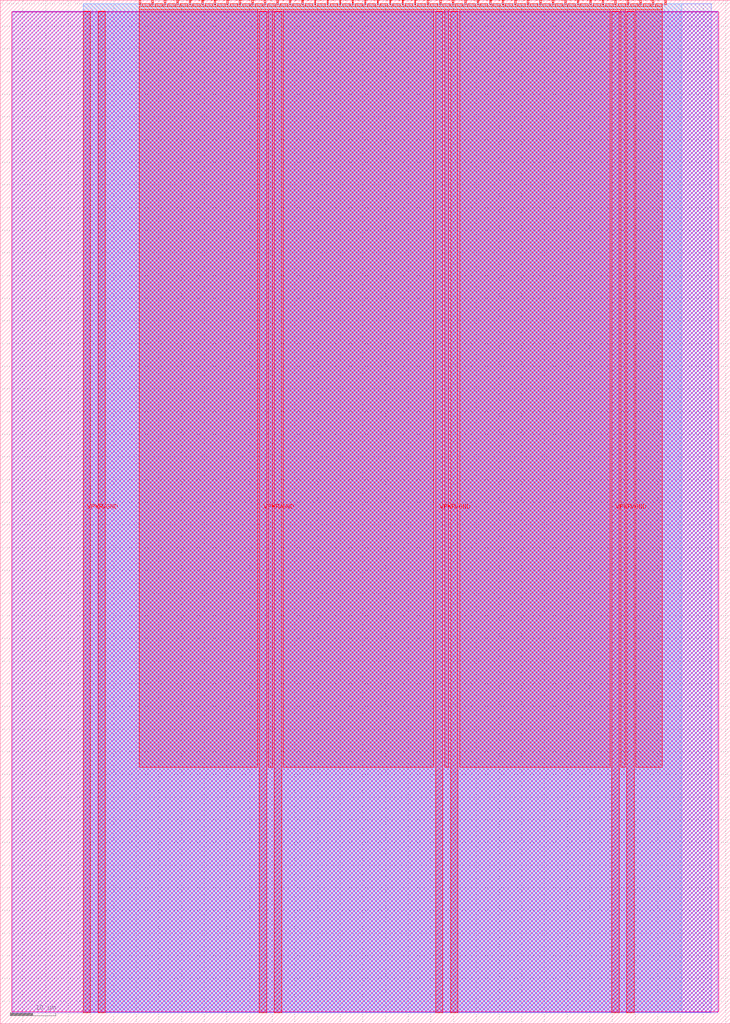
<source format=lef>
VERSION 5.7 ;
  NOWIREEXTENSIONATPIN ON ;
  DIVIDERCHAR "/" ;
  BUSBITCHARS "[]" ;
MACRO tt_um_dlmiles_tqvph_i2c
  CLASS BLOCK ;
  FOREIGN tt_um_dlmiles_tqvph_i2c ;
  ORIGIN 0.000 0.000 ;
  SIZE 161.000 BY 225.760 ;
  PIN VGND
    DIRECTION INOUT ;
    USE GROUND ;
    PORT
      LAYER met4 ;
        RECT 21.580 2.480 23.180 223.280 ;
    END
    PORT
      LAYER met4 ;
        RECT 60.450 2.480 62.050 223.280 ;
    END
    PORT
      LAYER met4 ;
        RECT 99.320 2.480 100.920 223.280 ;
    END
    PORT
      LAYER met4 ;
        RECT 138.190 2.480 139.790 223.280 ;
    END
  END VGND
  PIN VPWR
    DIRECTION INOUT ;
    USE POWER ;
    PORT
      LAYER met4 ;
        RECT 18.280 2.480 19.880 223.280 ;
    END
    PORT
      LAYER met4 ;
        RECT 57.150 2.480 58.750 223.280 ;
    END
    PORT
      LAYER met4 ;
        RECT 96.020 2.480 97.620 223.280 ;
    END
    PORT
      LAYER met4 ;
        RECT 134.890 2.480 136.490 223.280 ;
    END
  END VPWR
  PIN clk
    DIRECTION INPUT ;
    USE SIGNAL ;
    ANTENNAGATEAREA 0.852000 ;
    PORT
      LAYER met4 ;
        RECT 143.830 224.760 144.130 225.760 ;
    END
  END clk
  PIN ena
    DIRECTION INPUT ;
    USE SIGNAL ;
    PORT
      LAYER met4 ;
        RECT 146.590 224.760 146.890 225.760 ;
    END
  END ena
  PIN rst_n
    DIRECTION INPUT ;
    USE SIGNAL ;
    ANTENNAGATEAREA 0.196500 ;
    PORT
      LAYER met4 ;
        RECT 141.070 224.760 141.370 225.760 ;
    END
  END rst_n
  PIN ui_in[0]
    DIRECTION INPUT ;
    USE SIGNAL ;
    ANTENNAGATEAREA 0.196500 ;
    PORT
      LAYER met4 ;
        RECT 138.310 224.760 138.610 225.760 ;
    END
  END ui_in[0]
  PIN ui_in[1]
    DIRECTION INPUT ;
    USE SIGNAL ;
    ANTENNAGATEAREA 0.196500 ;
    PORT
      LAYER met4 ;
        RECT 135.550 224.760 135.850 225.760 ;
    END
  END ui_in[1]
  PIN ui_in[2]
    DIRECTION INPUT ;
    USE SIGNAL ;
    ANTENNAGATEAREA 0.196500 ;
    PORT
      LAYER met4 ;
        RECT 132.790 224.760 133.090 225.760 ;
    END
  END ui_in[2]
  PIN ui_in[3]
    DIRECTION INPUT ;
    USE SIGNAL ;
    ANTENNAGATEAREA 0.196500 ;
    PORT
      LAYER met4 ;
        RECT 130.030 224.760 130.330 225.760 ;
    END
  END ui_in[3]
  PIN ui_in[4]
    DIRECTION INPUT ;
    USE SIGNAL ;
    ANTENNAGATEAREA 0.196500 ;
    PORT
      LAYER met4 ;
        RECT 127.270 224.760 127.570 225.760 ;
    END
  END ui_in[4]
  PIN ui_in[5]
    DIRECTION INPUT ;
    USE SIGNAL ;
    ANTENNAGATEAREA 0.196500 ;
    PORT
      LAYER met4 ;
        RECT 124.510 224.760 124.810 225.760 ;
    END
  END ui_in[5]
  PIN ui_in[6]
    DIRECTION INPUT ;
    USE SIGNAL ;
    ANTENNAGATEAREA 0.196500 ;
    PORT
      LAYER met4 ;
        RECT 121.750 224.760 122.050 225.760 ;
    END
  END ui_in[6]
  PIN ui_in[7]
    DIRECTION INPUT ;
    USE SIGNAL ;
    ANTENNAGATEAREA 0.196500 ;
    PORT
      LAYER met4 ;
        RECT 118.990 224.760 119.290 225.760 ;
    END
  END ui_in[7]
  PIN uio_in[0]
    DIRECTION INPUT ;
    USE SIGNAL ;
    PORT
      LAYER met4 ;
        RECT 116.230 224.760 116.530 225.760 ;
    END
  END uio_in[0]
  PIN uio_in[1]
    DIRECTION INPUT ;
    USE SIGNAL ;
    PORT
      LAYER met4 ;
        RECT 113.470 224.760 113.770 225.760 ;
    END
  END uio_in[1]
  PIN uio_in[2]
    DIRECTION INPUT ;
    USE SIGNAL ;
    PORT
      LAYER met4 ;
        RECT 110.710 224.760 111.010 225.760 ;
    END
  END uio_in[2]
  PIN uio_in[3]
    DIRECTION INPUT ;
    USE SIGNAL ;
    PORT
      LAYER met4 ;
        RECT 107.950 224.760 108.250 225.760 ;
    END
  END uio_in[3]
  PIN uio_in[4]
    DIRECTION INPUT ;
    USE SIGNAL ;
    ANTENNAGATEAREA 0.196500 ;
    PORT
      LAYER met4 ;
        RECT 105.190 224.760 105.490 225.760 ;
    END
  END uio_in[4]
  PIN uio_in[5]
    DIRECTION INPUT ;
    USE SIGNAL ;
    ANTENNAGATEAREA 0.196500 ;
    PORT
      LAYER met4 ;
        RECT 102.430 224.760 102.730 225.760 ;
    END
  END uio_in[5]
  PIN uio_in[6]
    DIRECTION INPUT ;
    USE SIGNAL ;
    ANTENNAGATEAREA 0.196500 ;
    PORT
      LAYER met4 ;
        RECT 99.670 224.760 99.970 225.760 ;
    END
  END uio_in[6]
  PIN uio_in[7]
    DIRECTION INPUT ;
    USE SIGNAL ;
    PORT
      LAYER met4 ;
        RECT 96.910 224.760 97.210 225.760 ;
    END
  END uio_in[7]
  PIN uio_oe[0]
    DIRECTION OUTPUT ;
    USE SIGNAL ;
    PORT
      LAYER met4 ;
        RECT 49.990 224.760 50.290 225.760 ;
    END
  END uio_oe[0]
  PIN uio_oe[1]
    DIRECTION OUTPUT ;
    USE SIGNAL ;
    PORT
      LAYER met4 ;
        RECT 47.230 224.760 47.530 225.760 ;
    END
  END uio_oe[1]
  PIN uio_oe[2]
    DIRECTION OUTPUT ;
    USE SIGNAL ;
    PORT
      LAYER met4 ;
        RECT 44.470 224.760 44.770 225.760 ;
    END
  END uio_oe[2]
  PIN uio_oe[3]
    DIRECTION OUTPUT ;
    USE SIGNAL ;
    PORT
      LAYER met4 ;
        RECT 41.710 224.760 42.010 225.760 ;
    END
  END uio_oe[3]
  PIN uio_oe[4]
    DIRECTION OUTPUT ;
    USE SIGNAL ;
    PORT
      LAYER met4 ;
        RECT 38.950 224.760 39.250 225.760 ;
    END
  END uio_oe[4]
  PIN uio_oe[5]
    DIRECTION OUTPUT ;
    USE SIGNAL ;
    PORT
      LAYER met4 ;
        RECT 36.190 224.760 36.490 225.760 ;
    END
  END uio_oe[5]
  PIN uio_oe[6]
    DIRECTION OUTPUT ;
    USE SIGNAL ;
    PORT
      LAYER met4 ;
        RECT 33.430 224.760 33.730 225.760 ;
    END
  END uio_oe[6]
  PIN uio_oe[7]
    DIRECTION OUTPUT ;
    USE SIGNAL ;
    PORT
      LAYER met4 ;
        RECT 30.670 224.760 30.970 225.760 ;
    END
  END uio_oe[7]
  PIN uio_out[0]
    DIRECTION OUTPUT ;
    USE SIGNAL ;
    ANTENNADIFFAREA 0.445500 ;
    PORT
      LAYER met4 ;
        RECT 72.070 224.760 72.370 225.760 ;
    END
  END uio_out[0]
  PIN uio_out[1]
    DIRECTION OUTPUT ;
    USE SIGNAL ;
    PORT
      LAYER met4 ;
        RECT 69.310 224.760 69.610 225.760 ;
    END
  END uio_out[1]
  PIN uio_out[2]
    DIRECTION OUTPUT ;
    USE SIGNAL ;
    PORT
      LAYER met4 ;
        RECT 66.550 224.760 66.850 225.760 ;
    END
  END uio_out[2]
  PIN uio_out[3]
    DIRECTION OUTPUT ;
    USE SIGNAL ;
    ANTENNADIFFAREA 0.445500 ;
    PORT
      LAYER met4 ;
        RECT 63.790 224.760 64.090 225.760 ;
    END
  END uio_out[3]
  PIN uio_out[4]
    DIRECTION OUTPUT ;
    USE SIGNAL ;
    PORT
      LAYER met4 ;
        RECT 61.030 224.760 61.330 225.760 ;
    END
  END uio_out[4]
  PIN uio_out[5]
    DIRECTION OUTPUT ;
    USE SIGNAL ;
    PORT
      LAYER met4 ;
        RECT 58.270 224.760 58.570 225.760 ;
    END
  END uio_out[5]
  PIN uio_out[6]
    DIRECTION OUTPUT ;
    USE SIGNAL ;
    PORT
      LAYER met4 ;
        RECT 55.510 224.760 55.810 225.760 ;
    END
  END uio_out[6]
  PIN uio_out[7]
    DIRECTION OUTPUT ;
    USE SIGNAL ;
    PORT
      LAYER met4 ;
        RECT 52.750 224.760 53.050 225.760 ;
    END
  END uio_out[7]
  PIN uo_out[0]
    DIRECTION OUTPUT ;
    USE SIGNAL ;
    ANTENNADIFFAREA 0.445500 ;
    PORT
      LAYER met4 ;
        RECT 94.150 224.760 94.450 225.760 ;
    END
  END uo_out[0]
  PIN uo_out[1]
    DIRECTION OUTPUT ;
    USE SIGNAL ;
    ANTENNADIFFAREA 0.445500 ;
    PORT
      LAYER met4 ;
        RECT 91.390 224.760 91.690 225.760 ;
    END
  END uo_out[1]
  PIN uo_out[2]
    DIRECTION OUTPUT ;
    USE SIGNAL ;
    ANTENNADIFFAREA 0.445500 ;
    PORT
      LAYER met4 ;
        RECT 88.630 224.760 88.930 225.760 ;
    END
  END uo_out[2]
  PIN uo_out[3]
    DIRECTION OUTPUT ;
    USE SIGNAL ;
    ANTENNADIFFAREA 0.445500 ;
    PORT
      LAYER met4 ;
        RECT 85.870 224.760 86.170 225.760 ;
    END
  END uo_out[3]
  PIN uo_out[4]
    DIRECTION OUTPUT ;
    USE SIGNAL ;
    ANTENNAGATEAREA 0.159000 ;
    ANTENNADIFFAREA 0.891000 ;
    PORT
      LAYER met4 ;
        RECT 83.110 224.760 83.410 225.760 ;
    END
  END uo_out[4]
  PIN uo_out[5]
    DIRECTION OUTPUT ;
    USE SIGNAL ;
    ANTENNAGATEAREA 0.159000 ;
    ANTENNADIFFAREA 0.891000 ;
    PORT
      LAYER met4 ;
        RECT 80.350 224.760 80.650 225.760 ;
    END
  END uo_out[5]
  PIN uo_out[6]
    DIRECTION OUTPUT ;
    USE SIGNAL ;
    ANTENNAGATEAREA 0.159000 ;
    ANTENNADIFFAREA 0.891000 ;
    PORT
      LAYER met4 ;
        RECT 77.590 224.760 77.890 225.760 ;
    END
  END uo_out[6]
  PIN uo_out[7]
    DIRECTION OUTPUT ;
    USE SIGNAL ;
    ANTENNAGATEAREA 0.159000 ;
    ANTENNADIFFAREA 0.891000 ;
    PORT
      LAYER met4 ;
        RECT 74.830 224.760 75.130 225.760 ;
    END
  END uo_out[7]
  OBS
      LAYER nwell ;
        RECT 2.570 2.635 158.430 223.230 ;
      LAYER li1 ;
        RECT 2.760 2.635 158.240 223.125 ;
      LAYER met1 ;
        RECT 2.760 2.480 158.240 223.280 ;
      LAYER met2 ;
        RECT 18.310 2.535 156.760 224.925 ;
      LAYER met3 ;
        RECT 18.290 2.555 150.355 224.905 ;
      LAYER met4 ;
        RECT 31.370 224.360 33.030 224.905 ;
        RECT 34.130 224.360 35.790 224.905 ;
        RECT 36.890 224.360 38.550 224.905 ;
        RECT 39.650 224.360 41.310 224.905 ;
        RECT 42.410 224.360 44.070 224.905 ;
        RECT 45.170 224.360 46.830 224.905 ;
        RECT 47.930 224.360 49.590 224.905 ;
        RECT 50.690 224.360 52.350 224.905 ;
        RECT 53.450 224.360 55.110 224.905 ;
        RECT 56.210 224.360 57.870 224.905 ;
        RECT 58.970 224.360 60.630 224.905 ;
        RECT 61.730 224.360 63.390 224.905 ;
        RECT 64.490 224.360 66.150 224.905 ;
        RECT 67.250 224.360 68.910 224.905 ;
        RECT 70.010 224.360 71.670 224.905 ;
        RECT 72.770 224.360 74.430 224.905 ;
        RECT 75.530 224.360 77.190 224.905 ;
        RECT 78.290 224.360 79.950 224.905 ;
        RECT 81.050 224.360 82.710 224.905 ;
        RECT 83.810 224.360 85.470 224.905 ;
        RECT 86.570 224.360 88.230 224.905 ;
        RECT 89.330 224.360 90.990 224.905 ;
        RECT 92.090 224.360 93.750 224.905 ;
        RECT 94.850 224.360 96.510 224.905 ;
        RECT 97.610 224.360 99.270 224.905 ;
        RECT 100.370 224.360 102.030 224.905 ;
        RECT 103.130 224.360 104.790 224.905 ;
        RECT 105.890 224.360 107.550 224.905 ;
        RECT 108.650 224.360 110.310 224.905 ;
        RECT 111.410 224.360 113.070 224.905 ;
        RECT 114.170 224.360 115.830 224.905 ;
        RECT 116.930 224.360 118.590 224.905 ;
        RECT 119.690 224.360 121.350 224.905 ;
        RECT 122.450 224.360 124.110 224.905 ;
        RECT 125.210 224.360 126.870 224.905 ;
        RECT 127.970 224.360 129.630 224.905 ;
        RECT 130.730 224.360 132.390 224.905 ;
        RECT 133.490 224.360 135.150 224.905 ;
        RECT 136.250 224.360 137.910 224.905 ;
        RECT 139.010 224.360 140.670 224.905 ;
        RECT 141.770 224.360 143.430 224.905 ;
        RECT 144.530 224.360 145.985 224.905 ;
        RECT 30.655 223.680 145.985 224.360 ;
        RECT 30.655 56.615 56.750 223.680 ;
        RECT 59.150 56.615 60.050 223.680 ;
        RECT 62.450 56.615 95.620 223.680 ;
        RECT 98.020 56.615 98.920 223.680 ;
        RECT 101.320 56.615 134.490 223.680 ;
        RECT 136.890 56.615 137.790 223.680 ;
        RECT 140.190 56.615 145.985 223.680 ;
  END
END tt_um_dlmiles_tqvph_i2c
END LIBRARY


</source>
